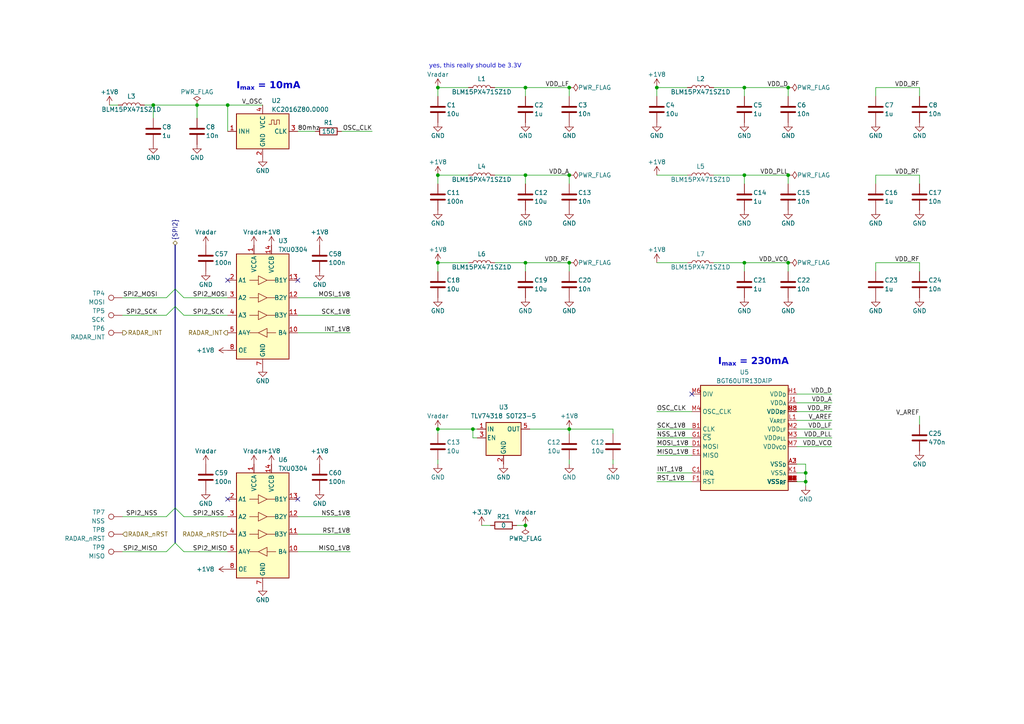
<source format=kicad_sch>
(kicad_sch (version 20230121) (generator eeschema)
  (paper "A4")
  (title_block (title "Heterogeneous radar, RGB, and ToF sensor board") (date "2023-04-26") (rev "1.4") (company "Center for Project-Based Learning") (comment 1 "Zoltán Marcsek"))
  (junction (at 127 50.8))
  (junction (at 66.04 30.48))
  (junction (at 127 25.4))
  (junction (at 165.1 124.46))
  (junction (at 137.16 124.46))
  (junction (at 152.4 50.8))
  (junction (at 215.9 76.2))
  (junction (at 165.1 50.8))
  (junction (at 233.68 137.16))
  (junction (at 165.1 25.4))
  (junction (at 152.4 76.2))
  (junction (at 57.15 30.48))
  (junction (at 44.45 30.48))
  (junction (at 165.1 76.2))
  (junction (at 228.6 50.8))
  (junction (at 152.4 25.4))
  (junction (at 152.4 152.4))
  (junction (at 127 124.46))
  (junction (at 228.6 25.4))
  (junction (at 127 76.2))
  (junction (at 228.6 76.2))
  (junction (at 190.5 25.4))
  (junction (at 215.9 50.8))
  (junction (at 233.68 139.7))
  (junction (at 215.9 25.4))
  (no_connect (at 66.04 144.78))
  (no_connect (at 86.36 144.78))
  (no_connect (at 86.36 81.28))
  (no_connect (at 66.04 81.28))
  (no_connect (at 200.66 114.3))
  (bus_entry (at 50.8 88.9) (size -2.54 2.54))
  (bus_entry (at 50.8 83.82) (size -2.54 2.54))
  (bus_entry (at 50.8 88.9) (size 2.54 2.54))
  (bus_entry (at 50.8 147.32) (size 2.54 2.54))
  (bus_entry (at 50.8 83.82) (size 2.54 2.54))
  (bus_entry (at 50.8 157.48) (size 2.54 2.54))
  (bus_entry (at 50.8 147.32) (size -2.54 2.54))
  (bus_entry (at 50.8 157.48) (size -2.54 2.54))
  (wire (pts (xy 31.75 30.48) (xy 34.29 30.48)))
  (wire (pts (xy 254 25.4) (xy 254 27.94)))
  (wire (pts (xy 127 25.4) (xy 135.89 25.4)))
  (wire (pts (xy 266.7 78.74) (xy 266.7 76.2)))
  (wire (pts (xy 231.14 121.92) (xy 241.3 121.92)))
  (wire (pts (xy 99.06 38.1) (xy 107.95 38.1)))
  (wire (pts (xy 231.14 129.54) (xy 241.3 129.54)))
  (wire (pts (xy 138.43 127) (xy 137.16 127)))
  (wire (pts (xy 66.04 30.48) (xy 57.15 30.48)))
  (wire (pts (xy 86.36 96.52) (xy 101.6 96.52)))
  (wire (pts (xy 137.16 127) (xy 137.16 124.46)))
  (wire (pts (xy 165.1 50.8) (xy 152.4 50.8)))
  (wire (pts (xy 231.14 137.16) (xy 233.68 137.16)))
  (wire (pts (xy 41.91 30.48) (xy 44.45 30.48)))
  (wire (pts (xy 53.34 160.02) (xy 66.04 160.02)))
  (wire (pts (xy 228.6 78.74) (xy 228.6 76.2)))
  (wire (pts (xy 165.1 25.4) (xy 152.4 25.4)))
  (wire (pts (xy 152.4 25.4) (xy 152.4 27.94)))
  (wire (pts (xy 266.7 53.34) (xy 266.7 50.8)))
  (wire (pts (xy 152.4 76.2) (xy 152.4 78.74)))
  (wire (pts (xy 86.36 149.86) (xy 101.6 149.86)))
  (bus (pts (xy 50.8 147.32) (xy 50.8 157.48)))
  (wire (pts (xy 228.6 27.94) (xy 228.6 25.4)))
  (wire (pts (xy 190.5 129.54) (xy 200.66 129.54)))
  (wire (pts (xy 190.5 27.94) (xy 190.5 25.4)))
  (wire (pts (xy 233.68 140.97) (xy 233.68 139.7)))
  (wire (pts (xy 127 50.8) (xy 135.89 50.8)))
  (wire (pts (xy 177.8 125.73) (xy 177.8 124.46)))
  (wire (pts (xy 137.16 124.46) (xy 138.43 124.46)))
  (wire (pts (xy 266.7 50.8) (xy 254 50.8)))
  (wire (pts (xy 127 134.62) (xy 127 133.35)))
  (wire (pts (xy 48.26 160.02) (xy 35.56 160.02)))
  (wire (pts (xy 231.14 124.46) (xy 241.3 124.46)))
  (wire (pts (xy 215.9 50.8) (xy 215.9 53.34)))
  (wire (pts (xy 233.68 139.7) (xy 233.68 137.16)))
  (wire (pts (xy 207.01 50.8) (xy 215.9 50.8)))
  (wire (pts (xy 165.1 27.94) (xy 165.1 25.4)))
  (wire (pts (xy 143.51 76.2) (xy 152.4 76.2)))
  (wire (pts (xy 190.5 139.7) (xy 200.66 139.7)))
  (wire (pts (xy 266.7 123.19) (xy 266.7 120.65)))
  (wire (pts (xy 152.4 50.8) (xy 152.4 53.34)))
  (wire (pts (xy 190.5 132.08) (xy 200.66 132.08)))
  (wire (pts (xy 86.36 160.02) (xy 101.6 160.02)))
  (wire (pts (xy 177.8 134.62) (xy 177.8 133.35)))
  (wire (pts (xy 190.5 119.38) (xy 200.66 119.38)))
  (wire (pts (xy 165.1 76.2) (xy 152.4 76.2)))
  (wire (pts (xy 228.6 76.2) (xy 215.9 76.2)))
  (wire (pts (xy 76.2 30.48) (xy 66.04 30.48)))
  (wire (pts (xy 149.86 152.4) (xy 152.4 152.4)))
  (wire (pts (xy 207.01 25.4) (xy 215.9 25.4)))
  (wire (pts (xy 228.6 25.4) (xy 215.9 25.4)))
  (wire (pts (xy 57.15 30.48) (xy 57.15 34.29)))
  (wire (pts (xy 266.7 27.94) (xy 266.7 25.4)))
  (wire (pts (xy 231.14 119.38) (xy 241.3 119.38)))
  (wire (pts (xy 53.34 91.44) (xy 66.04 91.44)))
  (wire (pts (xy 254 50.8) (xy 254 53.34)))
  (wire (pts (xy 215.9 25.4) (xy 215.9 27.94)))
  (wire (pts (xy 231.14 127) (xy 241.3 127)))
  (wire (pts (xy 233.68 137.16) (xy 233.68 134.62)))
  (wire (pts (xy 86.36 38.1) (xy 91.44 38.1)))
  (wire (pts (xy 48.26 149.86) (xy 35.56 149.86)))
  (wire (pts (xy 66.04 30.48) (xy 66.04 38.1)))
  (wire (pts (xy 165.1 124.46) (xy 153.67 124.46)))
  (wire (pts (xy 190.5 76.2) (xy 199.39 76.2)))
  (wire (pts (xy 127 78.74) (xy 127 76.2)))
  (bus (pts (xy 50.8 88.9) (xy 50.8 147.32)))
  (wire (pts (xy 190.5 137.16) (xy 200.66 137.16)))
  (bus (pts (xy 50.8 83.82) (xy 50.8 88.9)))
  (wire (pts (xy 231.14 114.3) (xy 241.3 114.3)))
  (wire (pts (xy 53.34 149.86) (xy 66.04 149.86)))
  (wire (pts (xy 190.5 25.4) (xy 199.39 25.4)))
  (wire (pts (xy 165.1 134.62) (xy 165.1 133.35)))
  (wire (pts (xy 228.6 50.8) (xy 215.9 50.8)))
  (wire (pts (xy 190.5 127) (xy 200.66 127)))
  (wire (pts (xy 266.7 76.2) (xy 254 76.2)))
  (wire (pts (xy 127 53.34) (xy 127 50.8)))
  (wire (pts (xy 127 27.94) (xy 127 25.4)))
  (wire (pts (xy 190.5 50.8) (xy 199.39 50.8)))
  (wire (pts (xy 48.26 86.36) (xy 35.56 86.36)))
  (wire (pts (xy 231.14 116.84) (xy 241.3 116.84)))
  (wire (pts (xy 165.1 125.73) (xy 165.1 124.46)))
  (wire (pts (xy 143.51 50.8) (xy 152.4 50.8)))
  (wire (pts (xy 207.01 76.2) (xy 215.9 76.2)))
  (wire (pts (xy 266.7 25.4) (xy 254 25.4)))
  (wire (pts (xy 57.15 30.48) (xy 44.45 30.48)))
  (wire (pts (xy 127 76.2) (xy 135.89 76.2)))
  (wire (pts (xy 86.36 154.94) (xy 101.6 154.94)))
  (bus (pts (xy 50.8 71.12) (xy 50.8 83.82)))
  (wire (pts (xy 53.34 86.36) (xy 66.04 86.36)))
  (wire (pts (xy 86.36 86.36) (xy 101.6 86.36)))
  (wire (pts (xy 165.1 124.46) (xy 177.8 124.46)))
  (wire (pts (xy 233.68 134.62) (xy 231.14 134.62)))
  (wire (pts (xy 139.7 152.4) (xy 142.24 152.4)))
  (wire (pts (xy 254 76.2) (xy 254 78.74)))
  (wire (pts (xy 231.14 139.7) (xy 233.68 139.7)))
  (wire (pts (xy 48.26 91.44) (xy 35.56 91.44)))
  (wire (pts (xy 165.1 78.74) (xy 165.1 76.2)))
  (wire (pts (xy 127 124.46) (xy 137.16 124.46)))
  (wire (pts (xy 143.51 25.4) (xy 152.4 25.4)))
  (wire (pts (xy 127 125.73) (xy 127 124.46)))
  (wire (pts (xy 215.9 76.2) (xy 215.9 78.74)))
  (wire (pts (xy 86.36 91.44) (xy 101.6 91.44)))
  (wire (pts (xy 165.1 53.34) (xy 165.1 50.8)))
  (wire (pts (xy 228.6 53.34) (xy 228.6 50.8)))
  (wire (pts (xy 190.5 124.46) (xy 200.66 124.46)))
  (wire (pts (xy 44.45 30.48) (xy 44.45 34.29)))
  (text "yes, this really should be 3.3V" (at 124.46 20.32 0) (effects (font (size 1.27 1.27)) (justify left bottom)))
  (text "I_{max} = 230mA" (at 208.28 106.68 0) (effects (font (size 2 2) (thickness 0.4) bold) (justify left bottom)))
  (text "I_{max} = 10mA" (at 68.58 26.67 0) (effects (font (size 2 2) (thickness 0.4) bold) (justify left bottom)))
  (label "MOSI_1V8" (at 101.6 86.36 180))
  (label "VDD_RF" (at 266.7 25.4 180))
  (label "NSS_1V8" (at 101.6 149.86 180))
  (label "VDD_D" (at 241.3 114.3 180))
  (label "VDD_RF" (at 266.7 50.8 180))
  (label "V_AREF" (at 266.7 120.65 180))
  (label "VDD_LF" (at 165.1 25.4 180))
  (label "SPI2_MISO" (at 55.88 160.02 0))
  (label "RST_1V8" (at 101.6 154.94 180))
  (label "MISO_1V8" (at 101.6 160.02 180))
  (label "VDD_RF" (at 241.3 119.38 180))
  (label "VDD_VCO" (at 241.3 129.54 180))
  (label "SPI2_NSS" (at 55.88 149.86 0))
  (label "SCK_1V8" (at 190.5 124.46 0))
  (label "SPI2_NSS" (at 45.72 149.86 180))
  (label "OSC_CLK" (at 190.5 119.38 0))
  (label "VDD_LF" (at 241.3 124.46 180))
  (label "VDD_A" (at 241.3 116.84 180))
  (label "VDD_RF" (at 266.7 76.2 180))
  (label "VDD_D" (at 228.6 25.4 180))
  (label "OSC_CLK" (at 107.95 38.1 180))
  (label "VDD_PLL" (at 228.6 50.8 180))
  (label "V_AREF" (at 241.3 121.92 180))
  (label "INT_1V8" (at 190.5 137.16 0))
  (label "INT_1V8" (at 101.6 96.52 180))
  (label "SPI2_MOSI" (at 45.72 86.36 180))
  (label "VDD_VCO" (at 228.6 76.2 180))
  (label "VDD_A" (at 165.1 50.8 180))
  (label "RST_1V8" (at 190.5 139.7 0))
  (label "MISO_1V8" (at 190.5 132.08 0))
  (label "VDD_RF" (at 165.1 76.2 180))
  (label "V_OSC" (at 76.2 30.48 180))
  (label "SPI2_MOSI" (at 55.88 86.36 0))
  (label "NSS_1V8" (at 190.5 127 0))
  (label "SCK_1V8" (at 101.6 91.44 180))
  (label "80mhz" (at 86.36 38.1 0))
  (label "SPI2_SCK" (at 45.72 91.44 180))
  (label "MOSI_1V8" (at 190.5 129.54 0))
  (label "SPI2_MISO" (at 45.72 160.02 180))
  (label "SPI2_SCK" (at 55.88 91.44 0))
  (label "VDD_PLL" (at 241.3 127 180))
  (hierarchical_label "RADAR_INT" (shape output) (at 35.56 96.52 0))
  (hierarchical_label "{SPI2}" (shape bidirectional) (at 50.8 71.12 90))
  (hierarchical_label "RADAR_nRST" (shape input) (at 66.04 154.94 180))
  (hierarchical_label "RADAR_nRST" (shape input) (at 35.56 154.94 0))
  (hierarchical_label "RADAR_INT" (shape output) (at 66.04 96.52 180))
  (symbol (lib_id "power:GND") (at 44.45 41.91 0) (unit 1)
    (property "Reference" "#PWR037" (effects hide))
    (property "Value" "GND" (at 44.45 45.72 0))
    (instances (project "radartof-hardware" (path "" (reference "#PWR037") (unit 1)) (path "" (reference "#PWR019") (unit 1))))
  )
  (symbol (lib_id "radartof-power:Vradar") (at 127 124.46 0) (unit 1)
    (property "Reference" "#PWR047" (effects hide))
    (property "Value" "Vradar" (at 127 120.65 0))
  )
  (symbol (lib_id "power:GND") (at 266.7 35.56 0) (unit 1)
    (property "Reference" "#PWR023" (effects hide))
    (property "Value" "GND" (at 266.7 39.37 0))
    (instances (project "radartof-hardware" (path "" (reference "#PWR023") (unit 1)) (path "" (reference "#PWR018") (unit 1))))
  )
  (symbol (lib_id "Device:C") (at 266.7 127 0) (unit 1)
    (property "Reference" "C25" (at 269.24 125.73 0) (effects (justify left)))
    (property "Value" "470n" (at 269.24 128.27 0) (effects (justify left)))
    (property "Footprint" "Capacitor_SMD:C_0402_1005Metric" (effects hide))
    (property "Datasheet" "https://www.mouser.ch/datasheet/2/281/1/GRT155R6YA474KE01_01A-3158032.pdf" (effects hide))
    (property "MOUSER NO" "81-GRT155R6YA474KE1D" (effects hide))
    (property "PART NO" "GRT155R6YA474KE01D" (effects hide))
    (property "MANUFACTURER" "Murata" (effects hide))
  )
  (symbol (lib_id "Device:C") (at 165.1 82.55 0) (unit 1)
    (property "Reference" "C20" (at 167.64 81.28 0) (effects (justify left)))
    (property "Value" "10n" (at 167.64 83.82 0) (effects (justify left)))
    (property "Footprint" "Capacitor_SMD:C_0402_1005Metric" (effects hide))
    (property "Datasheet" "https://www.mouser.ch/datasheet/2/281/1/GRM1555C1E103GE01_01A-1982232.pdf" (effects hide))
    (property "MOUSER NO" "81-GRM1555C1E103GE1D" (effects hide))
    (property "PART NO" "GRM1555C1E103GE01D" (effects hide))
    (property "MANUFACTURER" "Murata" (effects hide))
  )
  (symbol (lib_id "Device:C") (at 127 129.54 0) (unit 1)
    (property "Reference" "C13" (at 129.54 128.27 0) (effects (justify left)))
    (property "Value" "10u" (at 129.54 130.81 0) (effects (justify left)))
    (property "Footprint" "Capacitor_SMD:C_0603_1608Metric" (effects hide))
    (property "Datasheet" "https://www.mouser.ch/datasheet/2/281/1/GRM188Z71A106KA73_01A-1986029.pdf" (effects hide))
    (property "MANUFACTURER" "Murata" (effects hide))
    (property "MOUSER NO" "81-GRM188Z71A106KA3D" (effects hide))
    (property "PART NO" "GRM188Z71A106KA73D" (effects hide))
    (instances (project "radartof-hardware" (path "" (reference "C13") (unit 1)) (path "" (reference "C26") (unit 1))))
  )
  (symbol (lib_id "Device:C") (at 57.15 38.1 0) (unit 1)
    (property "Reference" "C8" (at 59.69 36.83 0) (effects (justify left)))
    (property "Value" "10n" (at 59.69 39.37 0) (effects (justify left)))
    (property "Footprint" "Capacitor_SMD:C_0402_1005Metric" (effects hide))
    (property "Datasheet" "https://www.mouser.ch/datasheet/2/281/1/GRM1555C1E103GE01_01A-1982232.pdf" (effects hide))
    (property "MOUSER NO" "81-GRM1555C1E103GE1D" (effects hide))
    (property "PART NO" "GRM1555C1E103GE01D" (effects hide))
    (property "MANUFACTURER" "Murata" (effects hide))
    (instances (project "radartof-hardware" (path "" (reference "C8") (unit 1)) (path "" (reference "C10") (unit 1))))
  )
  (symbol (lib_id "power:GND") (at 127 86.36 0) (unit 1)
    (property "Reference" "#PWR023" (effects hide))
    (property "Value" "GND" (at 127 90.17 0))
    (instances (project "radartof-hardware" (path "" (reference "#PWR023") (unit 1)) (path "" (reference "#PWR035") (unit 1))))
  )
  (symbol (lib_id "power:+1V8") (at 127 50.8 0) (unit 1)
    (property "Reference" "#PWR022" (effects hide))
    (property "Value" "+1V8" (at 127 46.99 0))
  )
  (symbol (lib_id "Device:C") (at 215.9 57.15 0) (unit 1)
    (property "Reference" "C14" (at 218.44 55.88 0) (effects (justify left)))
    (property "Value" "1u" (at 218.44 58.42 0) (effects (justify left)))
    (property "Footprint" "Capacitor_SMD:C_0603_1608Metric" (effects hide))
    (property "Datasheet" "https://www.mouser.ch/datasheet/2/281/1/GCJ188R71E105KA01_02B-3140112.pdf" (effects hide))
    (property "MANUFACTURER" "Murata" (effects hide))
    (property "MOUSER NO" "81-GCJ188R71E105KA1D" (effects hide))
    (property "PART NO" "GCJ188R71E105KA01D" (effects hide))
  )
  (symbol (lib_id "Device:C") (at 266.7 57.15 0) (unit 1)
    (property "Reference" "C17" (at 269.24 55.88 0) (effects (justify left)))
    (property "Value" "10n" (at 269.24 58.42 0) (effects (justify left)))
    (property "Footprint" "Capacitor_SMD:C_0402_1005Metric" (effects hide))
    (property "Datasheet" "https://www.mouser.ch/datasheet/2/281/1/GRM1555C1E103GE01_01A-1982232.pdf" (effects hide))
    (property "MOUSER NO" "81-GRM1555C1E103GE1D" (effects hide))
    (property "PART NO" "GRM1555C1E103GE01D" (effects hide))
    (property "MANUFACTURER" "Murata" (effects hide))
  )
  (symbol (lib_id "Device:C") (at 254 57.15 0) (unit 1)
    (property "Reference" "C16" (at 256.54 55.88 0) (effects (justify left)))
    (property "Value" "1u" (at 256.54 58.42 0) (effects (justify left)))
    (property "Footprint" "Capacitor_SMD:C_0603_1608Metric" (effects hide))
    (property "Datasheet" "https://www.mouser.ch/datasheet/2/281/1/GCJ188R71E105KA01_02B-3140112.pdf" (effects hide))
    (property "MANUFACTURER" "Murata" (effects hide))
    (property "MOUSER NO" "81-GCJ188R71E105KA1D" (effects hide))
    (property "PART NO" "GCJ188R71E105KA01D" (effects hide))
  )
  (symbol (lib_id "Device:C") (at 59.69 138.43 0) (unit 1)
    (property "Reference" "C59" (at 62.23 137.16 0) (effects (justify left)))
    (property "Value" "100n" (at 62.23 139.7 0) (effects (justify left)))
    (property "Footprint" "Capacitor_SMD:C_0603_1608Metric" (effects hide))
    (property "Datasheet" "https://www.mouser.ch/datasheet/2/212/KEM_C1023_X7R_AUTO_SMD-1093309.pdf" (effects hide))
    (property "MANUFACTURER" "KEMET" (effects hide))
    (property "MOUSER NO" "80-C603C104K5RAC3121" (effects hide))
    (property "PART NO" "C0603C104K5RAC3121" (effects hide))
  )
  (symbol (lib_id "power:+1V8") (at 78.74 71.12 0) (unit 1)
    (property "Reference" "#PWR032" (effects hide))
    (property "Value" "+1V8" (at 78.74 67.31 0))
  )
  (symbol (lib_id "power:+1V8") (at 165.1 124.46 0) (unit 1)
    (property "Reference" "#PWR045" (effects hide))
    (property "Value" "+1V8" (at 165.1 120.65 0))
  )
  (symbol (lib_id "Device:R") (at 146.05 152.4 90) (unit 1)
    (property "Reference" "R21" (at 146.05 149.86 90))
    (property "Value" "0" (at 146.05 152.4 90))
    (property "Footprint" "Resistor_SMD:R_0603_1608Metric" (effects hide))
    (property "Datasheet" "https://www.mouser.ch/datasheet/2/427/crcwce3-1762584.pdf" (effects hide))
    (property "MOUSER NO" "71-CRCW06030000Z0EBC" (effects hide))
    (property "PART NO" "CRCW06030000Z0EBC" (effects hide))
    (property "MANUFACTURER" "Vishay / Dale" (effects hide))
    (instances (project "radartof-hardware" (path "" (reference "R21") (unit 1)) (path "" (reference "R23") (unit 1))))
  )
  (symbol (lib_id "Device:C") (at 152.4 82.55 0) (unit 1)
    (property "Reference" "C19" (at 154.94 81.28 0) (effects (justify left)))
    (property "Value" "10u" (at 154.94 83.82 0) (effects (justify left)))
    (property "Footprint" "Capacitor_SMD:C_0603_1608Metric" (effects hide))
    (property "Datasheet" "https://www.mouser.ch/datasheet/2/281/1/GRM188Z71A106KA73_01A-1986029.pdf" (effects hide))
    (property "MANUFACTURER" "Murata" (effects hide))
    (property "MOUSER NO" "81-GRM188Z71A106KA3D" (effects hide))
    (property "PART NO" "GRM188Z71A106KA73D" (effects hide))
  )
  (symbol (lib_id "power:GND") (at 92.71 78.74 0) (unit 1)
    (property "Reference" "#PWR023" (effects hide))
    (property "Value" "GND" (at 92.71 82.55 0))
    (instances (project "radartof-hardware" (path "" (reference "#PWR023") (unit 1)) (path "" (reference "#PWR0137") (unit 1))))
  )
  (symbol (lib_id "power:+1V8") (at 92.71 71.12 0) (unit 1)
    (property "Reference" "#PWR0138" (effects hide))
    (property "Value" "+1V8" (at 92.71 67.31 0))
  )
  (symbol (lib_id "Device:C") (at 254 82.55 0) (unit 1)
    (property "Reference" "C23" (at 256.54 81.28 0) (effects (justify left)))
    (property "Value" "1u" (at 256.54 83.82 0) (effects (justify left)))
    (property "Footprint" "Capacitor_SMD:C_0603_1608Metric" (effects hide))
    (property "Datasheet" "https://www.mouser.ch/datasheet/2/281/1/GCJ188R71E105KA01_02B-3140112.pdf" (effects hide))
    (property "MANUFACTURER" "Murata" (effects hide))
    (property "MOUSER NO" "81-GCJ188R71E105KA1D" (effects hide))
    (property "PART NO" "GCJ188R71E105KA01D" (effects hide))
  )
  (symbol (lib_id "radartof-power:Vradar") (at 73.66 71.12 0) (unit 1)
    (property "Reference" "#PWR08" (effects hide))
    (property "Value" "Vradar" (at 73.66 67.31 0))
  )
  (symbol (lib_id "power:GND") (at 215.9 60.96 0) (unit 1)
    (property "Reference" "#PWR023" (effects hide))
    (property "Value" "GND" (at 215.9 64.77 0))
    (instances (project "radartof-hardware" (path "" (reference "#PWR023") (unit 1)) (path "" (reference "#PWR027") (unit 1))))
  )
  (symbol (lib_id "Device:L") (at 203.2 50.8 90) (unit 1)
    (property "Reference" "L5" (at 203.2 48.26 90))
    (property "Value" "BLM15PX471SZ1D" (at 203.2 52.07 90))
    (property "Footprint" "Inductor_SMD:L_0402_1005Metric" (effects hide))
    (property "Datasheet" "https://search.murata.co.jp/Ceramy/image/img/P02/JELF243A-9138.pdf" (effects hide))
    (property "MOUSER NO" "81-BLM15PX471SZ1D" (effects hide))
    (property "PART NO" "BLM15PX471SZ1D" (effects hide))
    (property "MANUFACTURER" "Murata" (effects hide))
  )
  (symbol (lib_id "Device:C") (at 152.4 57.15 0) (unit 1)
    (property "Reference" "C12" (at 154.94 55.88 0) (effects (justify left)))
    (property "Value" "10u" (at 154.94 58.42 0) (effects (justify left)))
    (property "Footprint" "Capacitor_SMD:C_0603_1608Metric" (effects hide))
    (property "Datasheet" "https://www.mouser.ch/datasheet/2/281/1/GRM188Z71A106KA73_01A-1986029.pdf" (effects hide))
    (property "MANUFACTURER" "Murata" (effects hide))
    (property "MOUSER NO" "81-GRM188Z71A106KA3D" (effects hide))
    (property "PART NO" "GRM188Z71A106KA73D" (effects hide))
  )
  (symbol (lib_id "Device:C") (at 228.6 31.75 0) (unit 1)
    (property "Reference" "C6" (at 231.14 30.48 0) (effects (justify left)))
    (property "Value" "10n" (at 231.14 33.02 0) (effects (justify left)))
    (property "Footprint" "Capacitor_SMD:C_0402_1005Metric" (effects hide))
    (property "Datasheet" "https://www.mouser.ch/datasheet/2/281/1/GRM1555C1E103GE01_01A-1982232.pdf" (effects hide))
    (property "MOUSER NO" "81-GRM1555C1E103GE1D" (effects hide))
    (property "PART NO" "GRM1555C1E103GE01D" (effects hide))
    (property "MANUFACTURER" "Murata" (effects hide))
  )
  (symbol (lib_id "Device:L") (at 203.2 76.2 90) (unit 1)
    (property "Reference" "L7" (at 203.2 73.66 90))
    (property "Value" "BLM15PX471SZ1D" (at 203.2 77.47 90))
    (property "Footprint" "Inductor_SMD:L_0402_1005Metric" (effects hide))
    (property "Datasheet" "https://search.murata.co.jp/Ceramy/image/img/P02/JELF243A-9138.pdf" (effects hide))
    (property "MOUSER NO" "81-BLM15PX471SZ1D" (effects hide))
    (property "PART NO" "BLM15PX471SZ1D" (effects hide))
    (property "MANUFACTURER" "Murata" (effects hide))
  )
  (symbol (lib_id "power:+1V8") (at 92.71 134.62 0) (unit 1)
    (property "Reference" "#PWR0140" (effects hide))
    (property "Value" "+1V8" (at 92.71 130.81 0))
  )
  (symbol (lib_id "power:GND") (at 254 60.96 0) (unit 1)
    (property "Reference" "#PWR023" (effects hide))
    (property "Value" "GND" (at 254 64.77 0))
    (instances (project "radartof-hardware" (path "" (reference "#PWR023") (unit 1)) (path "" (reference "#PWR029") (unit 1))))
  )
  (symbol (lib_id "Device:L") (at 139.7 76.2 90) (unit 1)
    (property "Reference" "L6" (at 139.7 73.66 90))
    (property "Value" "BLM15PX471SZ1D" (at 139.7 77.47 90))
    (property "Footprint" "Inductor_SMD:L_0402_1005Metric" (effects hide))
    (property "Datasheet" "https://search.murata.co.jp/Ceramy/image/img/P02/JELF243A-9138.pdf" (effects hide))
    (property "MOUSER NO" "81-BLM15PX471SZ1D" (effects hide))
    (property "PART NO" "BLM15PX471SZ1D" (effects hide))
    (property "MANUFACTURER" "Murata" (effects hide))
  )
  (symbol (lib_id "power:+1V8") (at 78.74 134.62 0) (unit 1)
    (property "Reference" "#PWR048" (effects hide))
    (property "Value" "+1V8" (at 78.74 130.81 0))
  )
  (symbol (lib_id "Oscillator:KC2520Z") (at 76.2 38.1 0) (unit 1)
    (property "Reference" "U2" (at 78.74 29.21 0) (effects (justify left)))
    (property "Value" "KC2016Z80.0000" (at 78.74 31.75 0) (effects (justify left)))
    (property "Footprint" "KC2016Z:KC2016Z" (effects hide))
    (property "Datasheet" "https://ele.kyocera.com/assets/products/crystal-device/clock_z_x_e.pdf" (effects hide))
    (property "MOUSER NO" "346-2016Z80.C1KX" (effects hide))
    (property "PART NO" "KC2016Z80.0000C1KX00" (effects hide))
    (property "MANUFACTURER" "KYOCERA AVX" (effects hide))
  )
  (symbol (lib_id "Device:C") (at 127 31.75 0) (unit 1)
    (property "Reference" "C1" (at 129.54 30.48 0) (effects (justify left)))
    (property "Value" "10u" (at 129.54 33.02 0) (effects (justify left)))
    (property "Footprint" "Capacitor_SMD:C_0603_1608Metric" (effects hide))
    (property "Datasheet" "https://www.mouser.ch/datasheet/2/281/1/GRM188Z71A106KA73_01A-1986029.pdf" (effects hide))
    (property "MANUFACTURER" "Murata" (effects hide))
    (property "MOUSER NO" "81-GRM188Z71A106KA3D" (effects hide))
    (property "PART NO" "GRM188Z71A106KA73D" (effects hide))
  )
  (symbol (lib_id "power:+1V8") (at 190.5 50.8 0) (unit 1)
    (property "Reference" "#PWR023" (effects hide))
    (property "Value" "+1V8" (at 190.5 46.99 0))
  )
  (symbol (lib_id "power:+1V8") (at 66.04 101.6 90) (unit 1)
    (property "Reference" "#PWR042" (effects hide))
    (property "Value" "+1V8" (at 62.23 101.6 90) (effects (justify left)))
  )
  (symbol (lib_id "Device:C") (at 215.9 82.55 0) (unit 1)
    (property "Reference" "C21" (at 218.44 81.28 0) (effects (justify left)))
    (property "Value" "1u" (at 218.44 83.82 0) (effects (justify left)))
    (property "Footprint" "Capacitor_SMD:C_0603_1608Metric" (effects hide))
    (property "Datasheet" "https://www.mouser.ch/datasheet/2/281/1/GCJ188R71E105KA01_02B-3140112.pdf" (effects hide))
    (property "MANUFACTURER" "Murata" (effects hide))
    (property "MOUSER NO" "81-GCJ188R71E105KA1D" (effects hide))
    (property "PART NO" "GCJ188R71E105KA01D" (effects hide))
  )
  (symbol (lib_id "Device:C") (at 92.71 138.43 0) (unit 1)
    (property "Reference" "C60" (at 95.25 137.16 0) (effects (justify left)))
    (property "Value" "100n" (at 95.25 139.7 0) (effects (justify left)))
    (property "Footprint" "Capacitor_SMD:C_0603_1608Metric" (effects hide))
    (property "Datasheet" "https://www.mouser.ch/datasheet/2/212/KEM_C1023_X7R_AUTO_SMD-1093309.pdf" (effects hide))
    (property "MANUFACTURER" "KEMET" (effects hide))
    (property "MOUSER NO" "80-C603C104K5RAC3121" (effects hide))
    (property "PART NO" "C0603C104K5RAC3121" (effects hide))
  )
  (symbol (lib_id "Device:C") (at 165.1 129.54 0) (mirror y) (unit 1)
    (property "Reference" "C12" (at 162.56 128.27 0) (effects (justify left)))
    (property "Value" "10u" (at 162.56 130.81 0) (effects (justify left)))
    (property "Footprint" "Capacitor_SMD:C_0603_1608Metric" (effects hide))
    (property "Datasheet" "https://www.mouser.ch/datasheet/2/281/1/GRM188Z71A106KA73_01A-1986029.pdf" (effects hide))
    (property "MANUFACTURER" "Murata" (effects hide))
    (property "MOUSER NO" "81-GRM188Z71A106KA3D" (effects hide))
    (property "PART NO" "GRM188Z71A106KA73D" (effects hide))
    (instances (project "radartof-hardware" (path "" (reference "C12") (unit 1)) (path "" (reference "C27") (unit 1))))
  )
  (symbol (lib_id "power:GND") (at 76.2 170.18 0) (unit 1)
    (property "Reference" "#PWR055" (effects hide))
    (property "Value" "GND" (at 76.2 173.99 0))
    (instances (project "radartof-hardware" (path "" (reference "#PWR055") (unit 1)) (path "" (reference "#PWR054") (unit 1))))
  )
  (symbol (lib_id "Device:C") (at 228.6 82.55 0) (unit 1)
    (property "Reference" "C22" (at 231.14 81.28 0) (effects (justify left)))
    (property "Value" "10n" (at 231.14 83.82 0) (effects (justify left)))
    (property "Footprint" "Capacitor_SMD:C_0402_1005Metric" (effects hide))
    (property "Datasheet" "https://www.mouser.ch/datasheet/2/281/1/GRM1555C1E103GE01_01A-1982232.pdf" (effects hide))
    (property "MOUSER NO" "81-GRM1555C1E103GE1D" (effects hide))
    (property "PART NO" "GRM1555C1E103GE01D" (effects hide))
    (property "MANUFACTURER" "Murata" (effects hide))
  )
  (symbol (lib_id "power:GND") (at 165.1 86.36 0) (unit 1)
    (property "Reference" "#PWR023" (effects hide))
    (property "Value" "GND" (at 165.1 90.17 0))
    (instances (project "radartof-hardware" (path "" (reference "#PWR023") (unit 1)) (path "" (reference "#PWR037") (unit 1))))
  )
  (symbol (lib_id "Device:C") (at 266.7 82.55 0) (unit 1)
    (property "Reference" "C24" (at 269.24 81.28 0) (effects (justify left)))
    (property "Value" "10n" (at 269.24 83.82 0) (effects (justify left)))
    (property "Footprint" "Capacitor_SMD:C_0402_1005Metric" (effects hide))
    (property "Datasheet" "https://www.mouser.ch/datasheet/2/281/1/GRM1555C1E103GE01_01A-1982232.pdf" (effects hide))
    (property "MOUSER NO" "81-GRM1555C1E103GE1D" (effects hide))
    (property "PART NO" "GRM1555C1E103GE01D" (effects hide))
    (property "MANUFACTURER" "Murata" (effects hide))
  )
  (symbol (lib_id "power:GND") (at 152.4 86.36 0) (unit 1)
    (property "Reference" "#PWR023" (effects hide))
    (property "Value" "GND" (at 152.4 90.17 0))
    (instances (project "radartof-hardware" (path "" (reference "#PWR023") (unit 1)) (path "" (reference "#PWR036") (unit 1))))
  )
  (symbol (lib_id "power:+1V8") (at 66.04 165.1 90) (unit 1)
    (property "Reference" "#PWR053" (effects hide))
    (property "Value" "+1V8" (at 62.23 165.1 90) (effects (justify left)))
  )
  (symbol (lib_id "power:GND") (at 127 134.62 0) (unit 1)
    (property "Reference" "#PWR050" (effects hide))
    (property "Value" "GND" (at 127 138.43 0))
    (instances (project "radartof-hardware" (path "" (reference "#PWR050") (unit 1)) (path "" (reference "#PWR049") (unit 1))))
  )
  (symbol (lib_id "power:+1V8") (at 190.5 25.4 0) (unit 1)
    (property "Reference" "#PWR09" (effects hide))
    (property "Value" "+1V8" (at 190.5 21.59 0))
  )
  (symbol (lib_id "radartof-power:Vradar") (at 127 25.4 0) (unit 1)
    (property "Reference" "#PWR0131" (effects hide))
    (property "Value" "Vradar" (at 127 21.59 0))
  )
  (symbol (lib_id "TXU0304:TXU0304") (at 76.2 152.4 0) (unit 1)
    (property "Reference" "U6" (at 80.6959 133.35 0) (effects (justify left)))
    (property "Value" "TXU0304" (at 80.6959 135.89 0) (effects (justify left)))
    (property "Footprint" "Package_SO:TSSOP-14_4.4x5mm_P0.65mm" (effects hide))
    (property "Datasheet" "https://www.ti.com/lit/ds/symlink/txu0304.pdf" (effects hide))
    (property "MOUSER NO" "595-TXU0304PWR" (effects hide))
    (property "PART NO" "TXU0304PWR" (effects hide))
    (property "MANUFACTURER" "Texas Instruments" (effects hide))
  )
  (symbol (lib_id "Connector:TestPoint") (at 35.56 160.02 90) (unit 1)
    (property "Reference" "TP9" (at 30.48 158.75 90) (effects (justify left)))
    (property "Value" "MISO" (at 30.48 161.29 90) (effects (justify left)))
    (property "Footprint" "TestPoint:TestPoint_Pad_D1.0mm" (effects hide))
  )
  (symbol (lib_id "power:PWR_FLAG") (at 228.6 76.2 270) (unit 1)
    (property "Reference" "#FLG07" (effects hide))
    (property "Value" "PWR_FLAG" (at 231.14 76.2 90) (effects (justify left)))
  )
  (symbol (lib_id "power:GND") (at 165.1 35.56 0) (unit 1)
    (property "Reference" "#PWR023" (effects hide))
    (property "Value" "GND" (at 165.1 39.37 0))
    (instances (project "radartof-hardware" (path "" (reference "#PWR023") (unit 1)) (path "" (reference "#PWR013") (unit 1))))
  )
  (symbol (lib_id "power:GND") (at 228.6 35.56 0) (unit 1)
    (property "Reference" "#PWR023" (effects hide))
    (property "Value" "GND" (at 228.6 39.37 0))
    (instances (project "radartof-hardware" (path "" (reference "#PWR023") (unit 1)) (path "" (reference "#PWR016") (unit 1))))
  )
  (symbol (lib_id "power:GND") (at 165.1 60.96 0) (unit 1)
    (property "Reference" "#PWR023" (effects hide))
    (property "Value" "GND" (at 165.1 64.77 0))
    (instances (project "radartof-hardware" (path "" (reference "#PWR023") (unit 1)) (path "" (reference "#PWR026") (unit 1))))
  )
  (symbol (lib_id "power:PWR_FLAG") (at 165.1 25.4 270) (unit 1)
    (property "Reference" "#FLG01" (effects hide))
    (property "Value" "PWR_FLAG" (at 167.64 25.4 90) (effects (justify left)))
  )
  (symbol (lib_id "power:+1V8") (at 190.5 76.2 0) (unit 1)
    (property "Reference" "#PWR034" (effects hide))
    (property "Value" "+1V8" (at 190.5 72.39 0))
  )
  (symbol (lib_id "power:GND") (at 146.05 134.62 0) (unit 1)
    (property "Reference" "#PWR049" (effects hide))
    (property "Value" "GND" (at 146.05 138.43 0))
    (instances (project "radartof-hardware" (path "" (reference "#PWR049") (unit 1)) (path "" (reference "#PWR050") (unit 1))))
  )
  (symbol (lib_id "power:GND") (at 76.2 106.68 0) (unit 1)
    (property "Reference" "#PWR055" (effects hide))
    (property "Value" "GND" (at 76.2 110.49 0))
    (instances (project "radartof-hardware" (path "" (reference "#PWR055") (unit 1)) (path "" (reference "#PWR043") (unit 1))))
  )
  (symbol (lib_id "TXU0304:TXU0304") (at 76.2 88.9 0) (unit 1)
    (property "Reference" "U3" (at 80.6959 69.85 0) (effects (justify left)))
    (property "Value" "TXU0304" (at 80.6959 72.39 0) (effects (justify left)))
    (property "Footprint" "Package_SO:TSSOP-14_4.4x5mm_P0.65mm" (effects hide))
    (property "Datasheet" "https://www.ti.com/lit/ds/symlink/txu0304.pdf" (effects hide))
    (property "MOUSER NO" "595-TXU0304PWR" (effects hide))
    (property "PART NO" "TXU0304PWR" (effects hide))
    (property "MANUFACTURER" "Texas Instruments" (effects hide))
  )
  (symbol (lib_id "power:GND") (at 266.7 86.36 0) (unit 1)
    (property "Reference" "#PWR023" (effects hide))
    (property "Value" "GND" (at 266.7 90.17 0))
    (instances (project "radartof-hardware" (path "" (reference "#PWR023") (unit 1)) (path "" (reference "#PWR041") (unit 1))))
  )
  (symbol (lib_id "power:GND") (at 177.8 134.62 0) (unit 1)
    (property "Reference" "#PWR051" (effects hide))
    (property "Value" "GND" (at 177.8 138.43 0))
    (instances (project "radartof-hardware" (path "" (reference "#PWR051") (unit 1)) (path "" (reference "#PWR0143") (unit 1))))
  )
  (symbol (lib_id "radartof-power:Vradar") (at 59.69 71.12 0) (unit 1)
    (property "Reference" "#PWR0121" (effects hide))
    (property "Value" "Vradar" (at 59.69 67.31 0))
  )
  (symbol (lib_id "power:+3.3V") (at 139.7 152.4 0) (unit 1)
    (property "Reference" "#PWR091" (effects hide))
    (property "Value" "+3.3V" (at 139.7 148.59 0))
  )
  (symbol (lib_id "power:+1V8") (at 31.75 30.48 0) (unit 1)
    (property "Reference" "#PWR010" (effects hide))
    (property "Value" "+1V8" (at 31.75 26.67 0))
  )
  (symbol (lib_id "power:GND") (at 254 35.56 0) (unit 1)
    (property "Reference" "#PWR023" (effects hide))
    (property "Value" "GND" (at 254 39.37 0))
    (instances (project "radartof-hardware" (path "" (reference "#PWR023") (unit 1)) (path "" (reference "#PWR017") (unit 1))))
  )
  (symbol (lib_id "power:PWR_FLAG") (at 57.15 30.48 0) (unit 1)
    (property "Reference" "#FLG03" (effects hide))
    (property "Value" "PWR_FLAG" (at 57.15 26.67 0))
  )
  (symbol (lib_id "Connector:TestPoint") (at 35.56 91.44 90) (unit 1)
    (property "Reference" "TP5" (at 30.48 90.17 90) (effects (justify left)))
    (property "Value" "SCK" (at 30.48 92.71 90) (effects (justify left)))
    (property "Footprint" "TestPoint:TestPoint_Pad_D1.0mm" (effects hide))
  )
  (symbol (lib_id "Device:L") (at 139.7 25.4 90) (unit 1)
    (property "Reference" "L1" (at 139.7 22.86 90))
    (property "Value" "BLM15PX471SZ1D" (at 139.7 26.67 90))
    (property "Footprint" "Inductor_SMD:L_0402_1005Metric" (effects hide))
    (property "Datasheet" "https://search.murata.co.jp/Ceramy/image/img/P02/JELF243A-9138.pdf" (effects hide))
    (property "MOUSER NO" "81-BLM15PX471SZ1D" (effects hide))
    (property "PART NO" "BLM15PX471SZ1D" (effects hide))
    (property "MANUFACTURER" "Murata" (effects hide))
  )
  (symbol (lib_id "power:GND") (at 228.6 60.96 0) (unit 1)
    (property "Reference" "#PWR023" (effects hide))
    (property "Value" "GND" (at 228.6 64.77 0))
    (instances (project "radartof-hardware" (path "" (reference "#PWR023") (unit 1)) (path "" (reference "#PWR028") (unit 1))))
  )
  (symbol (lib_id "power:GND") (at 254 86.36 0) (unit 1)
    (property "Reference" "#PWR023" (effects hide))
    (property "Value" "GND" (at 254 90.17 0))
    (instances (project "radartof-hardware" (path "" (reference "#PWR023") (unit 1)) (path "" (reference "#PWR040") (unit 1))))
  )
  (symbol (lib_id "Device:C") (at 59.69 74.93 0) (unit 1)
    (property "Reference" "C57" (at 62.23 73.66 0) (effects (justify left)))
    (property "Value" "100n" (at 62.23 76.2 0) (effects (justify left)))
    (property "Footprint" "Capacitor_SMD:C_0603_1608Metric" (effects hide))
    (property "Datasheet" "https://www.mouser.ch/datasheet/2/212/KEM_C1023_X7R_AUTO_SMD-1093309.pdf" (effects hide))
    (property "MANUFACTURER" "KEMET" (effects hide))
    (property "MOUSER NO" "80-C603C104K5RAC3121" (effects hide))
    (property "PART NO" "C0603C104K5RAC3121" (effects hide))
  )
  (symbol (lib_id "Device:C") (at 165.1 31.75 0) (unit 1)
    (property "Reference" "C3" (at 167.64 30.48 0) (effects (justify left)))
    (property "Value" "10n" (at 167.64 33.02 0) (effects (justify left)))
    (property "Footprint" "Capacitor_SMD:C_0402_1005Metric" (effects hide))
    (property "Datasheet" "https://www.mouser.ch/datasheet/2/281/1/GRM1555C1E103GE01_01A-1982232.pdf" (effects hide))
    (property "MOUSER NO" "81-GRM1555C1E103GE1D" (effects hide))
    (property "PART NO" "GRM1555C1E103GE01D" (effects hide))
    (property "MANUFACTURER" "Murata" (effects hide))
  )
  (symbol (lib_id "Device:C") (at 127 57.15 0) (unit 1)
    (property "Reference" "C11" (at 129.54 55.88 0) (effects (justify left)))
    (property "Value" "100n" (at 129.54 58.42 0) (effects (justify left)))
    (property "Footprint" "Capacitor_SMD:C_0603_1608Metric" (effects hide))
    (property "Datasheet" "https://www.mouser.ch/datasheet/2/212/KEM_C1023_X7R_AUTO_SMD-1093309.pdf" (effects hide))
    (property "MANUFACTURER" "KEMET" (effects hide))
    (property "MOUSER NO" "80-C603C104K5RAC3121" (effects hide))
    (property "PART NO" "C0603C104K5RAC3121" (effects hide))
  )
  (symbol (lib_id "power:GND") (at 57.15 41.91 0) (unit 1)
    (property "Reference" "#PWR037" (effects hide))
    (property "Value" "GND" (at 57.15 45.72 0))
    (instances (project "radartof-hardware" (path "" (reference "#PWR037") (unit 1)) (path "" (reference "#PWR020") (unit 1))))
  )
  (symbol (lib_id "radartof-power:Vradar") (at 73.66 134.62 0) (unit 1)
    (property "Reference" "#PWR044" (effects hide))
    (property "Value" "Vradar" (at 73.66 130.81 0))
  )
  (symbol (lib_id "power:GND") (at 266.7 130.81 0) (unit 1)
    (property "Reference" "#PWR023" (effects hide))
    (property "Value" "GND" (at 266.7 134.62 0))
    (instances (project "radartof-hardware" (path "" (reference "#PWR023") (unit 1)) (path "" (reference "#PWR046") (unit 1))))
  )
  (symbol (lib_id "Device:C") (at 266.7 31.75 0) (unit 1)
    (property "Reference" "C8" (at 269.24 30.48 0) (effects (justify left)))
    (property "Value" "10n" (at 269.24 33.02 0) (effects (justify left)))
    (property "Footprint" "Capacitor_SMD:C_0402_1005Metric" (effects hide))
    (property "Datasheet" "https://www.mouser.ch/datasheet/2/281/1/GRM1555C1E103GE01_01A-1982232.pdf" (effects hide))
    (property "MOUSER NO" "81-GRM1555C1E103GE1D" (effects hide))
    (property "PART NO" "GRM1555C1E103GE01D" (effects hide))
    (property "MANUFACTURER" "Murata" (effects hide))
  )
  (symbol (lib_id "power:PWR_FLAG") (at 228.6 25.4 270) (unit 1)
    (property "Reference" "#FLG02" (effects hide))
    (property "Value" "PWR_FLAG" (at 231.14 25.4 90) (effects (justify left)))
  )
  (symbol (lib_id "power:GND") (at 59.69 142.24 0) (unit 1)
    (property "Reference" "#PWR023" (effects hide))
    (property "Value" "GND" (at 59.69 146.05 0))
    (instances (project "radartof-hardware" (path "" (reference "#PWR023") (unit 1)) (path "" (reference "#PWR0141") (unit 1))))
  )
  (symbol (lib_id "Device:C") (at 152.4 31.75 0) (unit 1)
    (property "Reference" "C2" (at 154.94 30.48 0) (effects (justify left)))
    (property "Value" "1u" (at 154.94 33.02 0) (effects (justify left)))
    (property "Footprint" "Capacitor_SMD:C_0603_1608Metric" (effects hide))
    (property "Datasheet" "https://www.mouser.ch/datasheet/2/281/1/GCJ188R71E105KA01_02B-3140112.pdf" (effects hide))
    (property "MANUFACTURER" "Murata" (effects hide))
    (property "MOUSER NO" "81-GCJ188R71E105KA1D" (effects hide))
    (property "PART NO" "GCJ188R71E105KA01D" (effects hide))
  )
  (symbol (lib_id "power:GND") (at 152.4 35.56 0) (unit 1)
    (property "Reference" "#PWR023" (effects hide))
    (property "Value" "GND" (at 152.4 39.37 0))
    (instances (project "radartof-hardware" (path "" (reference "#PWR023") (unit 1)) (path "" (reference "#PWR012") (unit 1))))
  )
  (symbol (lib_id "Device:L") (at 38.1 30.48 90) (unit 1)
    (property "Reference" "L3" (at 38.1 27.94 90))
    (property "Value" "BLM15PX471SZ1D" (at 38.1 31.75 90))
    (property "Footprint" "Inductor_SMD:L_0402_1005Metric" (effects hide))
    (property "Datasheet" "https://search.murata.co.jp/Ceramy/image/img/P02/JELF243A-9138.pdf" (effects hide))
    (property "MOUSER NO" "81-BLM15PX471SZ1D" (effects hide))
    (property "PART NO" "BLM15PX471SZ1D" (effects hide))
    (property "MANUFACTURER" "Murata" (effects hide))
  )
  (symbol (lib_id "power:GND") (at 76.2 45.72 0) (unit 1)
    (property "Reference" "#PWR023" (effects hide))
    (property "Value" "GND" (at 76.2 49.53 0))
    (instances (project "radartof-hardware" (path "" (reference "#PWR023") (unit 1)) (path "" (reference "#PWR021") (unit 1))))
  )
  (symbol (lib_id "Device:R") (at 95.25 38.1 90) (unit 1)
    (property "Reference" "R1" (at 95.25 35.56 90))
    (property "Value" "150" (at 95.25 38.1 90))
    (property "Footprint" "Resistor_SMD:R_0402_1005Metric" (effects hide))
    (property "Datasheet" "https://www.mouser.ch/datasheet/2/427/dcrcwe3-1762152.pdf" (effects hide))
    (property "MOUSER NO" "71-CRCW0402-150-E3" (effects hide))
    (property "PART NO" "CRCW0402150RFKED" (effects hide))
    (property "MANUFACTURER" "Vishay / Dale" (effects hide))
  )
  (symbol (lib_id "power:GND") (at 127 60.96 0) (unit 1)
    (property "Reference" "#PWR023" (effects hide))
    (property "Value" "GND" (at 127 64.77 0))
    (instances (project "radartof-hardware" (path "" (reference "#PWR023") (unit 1)) (path "" (reference "#PWR024") (unit 1))))
  )
  (symbol (lib_id "Device:C") (at 215.9 31.75 0) (unit 1)
    (property "Reference" "C5" (at 218.44 30.48 0) (effects (justify left)))
    (property "Value" "1u" (at 218.44 33.02 0) (effects (justify left)))
    (property "Footprint" "Capacitor_SMD:C_0603_1608Metric" (effects hide))
    (property "Datasheet" "https://www.mouser.ch/datasheet/2/281/1/GCJ188R71E105KA01_02B-3140112.pdf" (effects hide))
    (property "MANUFACTURER" "Murata" (effects hide))
    (property "MOUSER NO" "81-GCJ188R71E105KA1D" (effects hide))
    (property "PART NO" "GCJ188R71E105KA01D" (effects hide))
  )
  (symbol (lib_id "power:GND") (at 228.6 86.36 0) (unit 1)
    (property "Reference" "#PWR023" (effects hide))
    (property "Value" "GND" (at 228.6 90.17 0))
    (instances (project "radartof-hardware" (path "" (reference "#PWR023") (unit 1)) (path "" (reference "#PWR039") (unit 1))))
  )
  (symbol (lib_id "Connector:TestPoint") (at 35.56 96.52 90) (unit 1)
    (property "Reference" "TP6" (at 30.48 95.25 90) (effects (justify left)))
    (property "Value" "RADAR_INT" (at 30.48 97.79 90) (effects (justify left)))
    (property "Footprint" "TestPoint:TestPoint_Pad_D1.0mm" (effects hide))
  )
  (symbol (lib_id "power:PWR_FLAG") (at 165.1 76.2 270) (unit 1)
    (property "Reference" "#FLG06" (effects hide))
    (property "Value" "PWR_FLAG" (at 167.64 76.2 90) (effects (justify left)))
  )
  (symbol (lib_id "power:GND") (at 215.9 86.36 0) (unit 1)
    (property "Reference" "#PWR023" (effects hide))
    (property "Value" "GND" (at 215.9 90.17 0))
    (instances (project "radartof-hardware" (path "" (reference "#PWR023") (unit 1)) (path "" (reference "#PWR038") (unit 1))))
  )
  (symbol (lib_id "Device:C") (at 92.71 74.93 0) (unit 1)
    (property "Reference" "C58" (at 95.25 73.66 0) (effects (justify left)))
    (property "Value" "100n" (at 95.25 76.2 0) (effects (justify left)))
    (property "Footprint" "Capacitor_SMD:C_0603_1608Metric" (effects hide))
    (property "Datasheet" "https://www.mouser.ch/datasheet/2/212/KEM_C1023_X7R_AUTO_SMD-1093309.pdf" (effects hide))
    (property "MANUFACTURER" "KEMET" (effects hide))
    (property "MOUSER NO" "80-C603C104K5RAC3121" (effects hide))
    (property "PART NO" "C0603C104K5RAC3121" (effects hide))
  )
  (symbol (lib_id "Connector:TestPoint") (at 35.56 149.86 90) (unit 1)
    (property "Reference" "TP7" (at 30.48 148.59 90) (effects (justify left)))
    (property "Value" "NSS" (at 30.48 151.13 90) (effects (justify left)))
    (property "Footprint" "TestPoint:TestPoint_Pad_D1.0mm" (effects hide))
  )
  (symbol (lib_id "power:GND") (at 59.69 78.74 0) (unit 1)
    (property "Reference" "#PWR023" (effects hide))
    (property "Value" "GND" (at 59.69 82.55 0))
    (instances (project "radartof-hardware" (path "" (reference "#PWR023") (unit 1)) (path "" (reference "#PWR0135") (unit 1))))
  )
  (symbol (lib_id "power:GND") (at 190.5 35.56 0) (unit 1)
    (property "Reference" "#PWR023" (effects hide))
    (property "Value" "GND" (at 190.5 39.37 0))
    (instances (project "radartof-hardware" (path "" (reference "#PWR023") (unit 1)) (path "" (reference "#PWR014") (unit 1))))
  )
  (symbol (lib_id "Device:C") (at 127 82.55 0) (unit 1)
    (property "Reference" "C18" (at 129.54 81.28 0) (effects (justify left)))
    (property "Value" "10u" (at 129.54 83.82 0) (effects (justify left)))
    (property "Footprint" "Capacitor_SMD:C_0603_1608Metric" (effects hide))
    (property "Datasheet" "https://www.mouser.ch/datasheet/2/281/1/GRM188Z71A106KA73_01A-1986029.pdf" (effects hide))
    (property "MANUFACTURER" "Murata" (effects hide))
    (property "MOUSER NO" "81-GRM188Z71A106KA3D" (effects hide))
    (property "PART NO" "GRM188Z71A106KA73D" (effects hide))
  )
  (symbol (lib_id "Device:C") (at 44.45 38.1 0) (unit 1)
    (property "Reference" "C8" (at 46.99 36.83 0) (effects (justify left)))
    (property "Value" "1u" (at 46.99 39.37 0) (effects (justify left)))
    (property "Footprint" "Capacitor_SMD:C_0603_1608Metric" (effects hide))
    (property "Datasheet" "https://www.mouser.ch/datasheet/2/281/1/GCJ188R71E105KA01_02B-3140112.pdf" (effects hide))
    (property "MANUFACTURER" "Murata" (effects hide))
    (property "MOUSER NO" "81-GCJ188R71E105KA1D" (effects hide))
    (property "PART NO" "GCJ188R71E105KA01D" (effects hide))
    (instances (project "radartof-hardware" (path "" (reference "C8") (unit 1)) (path "" (reference "C9") (unit 1))))
  )
  (symbol (lib_id "radartof-power:Vradar") (at 59.69 134.62 0) (unit 1)
    (property "Reference" "#PWR031" (effects hide))
    (property "Value" "Vradar" (at 59.69 130.81 0))
  )
  (symbol (lib_id "power:GND") (at 152.4 60.96 0) (unit 1)
    (property "Reference" "#PWR023" (effects hide))
    (property "Value" "GND" (at 152.4 64.77 0))
    (instances (project "radartof-hardware" (path "" (reference "#PWR023") (unit 1)) (path "" (reference "#PWR025") (unit 1))))
  )
  (symbol (lib_id "Device:L") (at 203.2 25.4 90) (unit 1)
    (property "Reference" "L2" (at 203.2 22.86 90))
    (property "Value" "BLM15PX471SZ1D" (at 203.2 26.67 90))
    (property "Footprint" "Inductor_SMD:L_0402_1005Metric" (effects hide))
    (property "Datasheet" "https://search.murata.co.jp/Ceramy/image/img/P02/JELF243A-9138.pdf" (effects hide))
    (property "MOUSER NO" "81-BLM15PX471SZ1D" (effects hide))
    (property "PART NO" "BLM15PX471SZ1D" (effects hide))
    (property "MANUFACTURER" "Murata" (effects hide))
  )
  (symbol (lib_id "power:PWR_FLAG") (at 165.1 50.8 270) (unit 1)
    (property "Reference" "#FLG04" (effects hide))
    (property "Value" "PWR_FLAG" (at 167.64 50.8 90) (effects (justify left)))
  )
  (symbol (lib_id "power:GND") (at 215.9 35.56 0) (unit 1)
    (property "Reference" "#PWR023" (effects hide))
    (property "Value" "GND" (at 215.9 39.37 0))
    (instances (project "radartof-hardware" (path "" (reference "#PWR023") (unit 1)) (path "" (reference "#PWR015") (unit 1))))
  )
  (symbol (lib_id "power:GND") (at 127 35.56 0) (unit 1)
    (property "Reference" "#PWR023" (effects hide))
    (property "Value" "GND" (at 127 39.37 0))
    (instances (project "radartof-hardware" (path "" (reference "#PWR023") (unit 1)) (path "" (reference "#PWR011") (unit 1))))
  )
  (symbol (lib_id "radartof-power:Vradar") (at 152.4 152.4 0) (unit 1)
    (property "Reference" "#PWR090" (effects hide))
    (property "Value" "Vradar" (at 152.4 148.59 0))
  )
  (symbol (lib_id "power:GND") (at 233.68 140.97 0) (unit 1)
    (property "Reference" "#PWR052" (effects hide))
    (property "Value" "GND" (at 233.68 144.78 0))
  )
  (symbol (lib_id "Device:C") (at 254 31.75 0) (unit 1)
    (property "Reference" "C7" (at 256.54 30.48 0) (effects (justify left)))
    (property "Value" "1u" (at 256.54 33.02 0) (effects (justify left)))
    (property "Footprint" "Capacitor_SMD:C_0603_1608Metric" (effects hide))
    (property "Datasheet" "https://www.mouser.ch/datasheet/2/281/1/GCJ188R71E105KA01_02B-3140112.pdf" (effects hide))
    (property "MANUFACTURER" "Murata" (effects hide))
    (property "MOUSER NO" "81-GCJ188R71E105KA1D" (effects hide))
    (property "PART NO" "GCJ188R71E105KA01D" (effects hide))
  )
  (symbol (lib_id "Device:L") (at 139.7 50.8 90) (unit 1)
    (property "Reference" "L4" (at 139.7 48.26 90))
    (property "Value" "BLM15PX471SZ1D" (at 139.7 52.07 90))
    (property "Footprint" "Inductor_SMD:L_0402_1005Metric" (effects hide))
    (property "Datasheet" "https://search.murata.co.jp/Ceramy/image/img/P02/JELF243A-9138.pdf" (effects hide))
    (property "MOUSER NO" "81-BLM15PX471SZ1D" (effects hide))
    (property "PART NO" "BLM15PX471SZ1D" (effects hide))
    (property "MANUFACTURER" "Murata" (effects hide))
  )
  (symbol (lib_id "power:GND") (at 165.1 134.62 0) (unit 1)
    (property "Reference" "#PWR051" (effects hide))
    (property "Value" "GND" (at 165.1 138.43 0))
  )
  (symbol (lib_id "power:GND") (at 266.7 60.96 0) (unit 1)
    (property "Reference" "#PWR023" (effects hide))
    (property "Value" "GND" (at 266.7 64.77 0))
    (instances (project "radartof-hardware" (path "" (reference "#PWR023") (unit 1)) (path "" (reference "#PWR030") (unit 1))))
  )
  (symbol (lib_id "power:+1V8") (at 127 76.2 0) (unit 1)
    (property "Reference" "#PWR033" (effects hide))
    (property "Value" "+1V8" (at 127 72.39 0))
  )
  (symbol (lib_id "power:PWR_FLAG") (at 152.4 152.4 180) (unit 1)
    (property "Reference" "#FLG011" (effects hide))
    (property "Value" "PWR_FLAG" (at 152.4 156.21 0))
  )
  (symbol (lib_id "Connector:TestPoint") (at 35.56 154.94 90) (unit 1)
    (property "Reference" "TP8" (at 30.48 153.67 90) (effects (justify left)))
    (property "Value" "RADAR_nRST" (at 30.48 156.21 90) (effects (justify left)))
    (property "Footprint" "TestPoint:TestPoint_Pad_D1.0mm" (effects hide))
  )
  (symbol (lib_id "power:GND") (at 92.71 142.24 0) (unit 1)
    (property "Reference" "#PWR023" (effects hide))
    (property "Value" "GND" (at 92.71 146.05 0))
    (instances (project "radartof-hardware" (path "" (reference "#PWR023") (unit 1)) (path "" (reference "#PWR0142") (unit 1))))
  )
  (symbol (lib_id "power:PWR_FLAG") (at 228.6 50.8 270) (unit 1)
    (property "Reference" "#FLG05" (effects hide))
    (property "Value" "PWR_FLAG" (at 231.14 50.8 90) (effects (justify left)))
  )
  (symbol (lib_id "Device:C") (at 228.6 57.15 0) (unit 1)
    (property "Reference" "C15" (at 231.14 55.88 0) (effects (justify left)))
    (property "Value" "10n" (at 231.14 58.42 0) (effects (justify left)))
    (property "Footprint" "Capacitor_SMD:C_0402_1005Metric" (effects hide))
    (property "Datasheet" "https://www.mouser.ch/datasheet/2/281/1/GRM1555C1E103GE01_01A-1982232.pdf" (effects hide))
    (property "MOUSER NO" "81-GRM1555C1E103GE1D" (effects hide))
    (property "PART NO" "GRM1555C1E103GE01D" (effects hide))
    (property "MANUFACTURER" "Murata" (effects hide))
  )
  (symbol (lib_id "Connector:TestPoint") (at 35.56 86.36 90) (unit 1)
    (property "Reference" "TP4" (at 30.48 85.09 90) (effects (justify left)))
    (property "Value" "MOSI" (at 30.48 87.63 90) (effects (justify left)))
    (property "Footprint" "TestPoint:TestPoint_Pad_D1.0mm" (effects hide))
  )
  (symbol (lib_id "Device:C") (at 177.8 129.54 0) (mirror y) (unit 1)
    (property "Reference" "C12" (at 175.26 128.27 0) (effects (justify left)))
    (property "Value" "10u" (at 175.26 130.81 0) (effects (justify left)))
    (property "Footprint" "Capacitor_SMD:C_0603_1608Metric" (effects hide))
    (property "Datasheet" "https://www.mouser.ch/datasheet/2/281/1/GRM188Z71A106KA73_01A-1986029.pdf" (effects hide))
    (property "MANUFACTURER" "Murata" (effects hide))
    (property "MOUSER NO" "81-GRM188Z71A106KA3D" (effects hide))
    (property "PART NO" "GRM188Z71A106KA73D" (effects hide))
    (instances (project "radartof-hardware" (path "" (reference "C12") (unit 1)) (path "" (reference "C61") (unit 1))))
  )
  (symbol (lib_id "BGT60UTR13DAiP:BGT60UTR13DAiP") (at 215.9 127 0) (unit 1)
    (property "Reference" "U5" (at 215.9 107.95 0))
    (property "Value" "BGT60UTR13DAiP" (at 215.9 110.49 0))
    (property "Footprint" "BGT60UTR13DAiP:BGT60UTR13DAiP" (effects hide))
  )
  (symbol (lib_id "Regulator_Linear:TLV70012_SOT23-5") (at 146.05 127 0) (unit 1)
    (property "Reference" "U3" (at 146.05 118.11 0))
    (property "Value" "TLV74318 SOT23-5" (at 146.05 120.65 0))
    (property "Footprint" "Package_TO_SOT_SMD:SOT-23-5" (effects hide))
    (property "Datasheet" "https://www.ti.com/lit/ds/symlink/tlv743p.pdf" (effects hide))
    (property "MOUSER NO" "595-TLV74318PDBVR" (effects hide))
    (property "PART NO" "TLV74318PDBVR" (effects hide))
    (property "MANUFACTURER" "Texas Instruments" (effects hide))
    (instances (project "radartof-hardware" (path "" (reference "U3") (unit 1)) (path "" (reference "U4") (unit 1))))
  )
  (symbol (lib_id "Device:C") (at 190.5 31.75 0) (unit 1)
    (property "Reference" "C4" (at 193.04 30.48 0) (effects (justify left)))
    (property "Value" "10u" (at 193.04 33.02 0) (effects (justify left)))
    (property "Footprint" "Capacitor_SMD:C_0603_1608Metric" (effects hide))
    (property "Datasheet" "https://www.mouser.ch/datasheet/2/281/1/GRM188Z71A106KA73_01A-1986029.pdf" (effects hide))
    (property "MANUFACTURER" "Murata" (effects hide))
    (property "MOUSER NO" "81-GRM188Z71A106KA3D" (effects hide))
    (property "PART NO" "GRM188Z71A106KA73D" (effects hide))
  )
  (symbol (lib_id "Device:C") (at 165.1 57.15 0) (unit 1)
    (property "Reference" "C13" (at 167.64 55.88 0) (effects (justify left)))
    (property "Value" "10n" (at 167.64 58.42 0) (effects (justify left)))
    (property "Footprint" "Capacitor_SMD:C_0402_1005Metric" (effects hide))
    (property "Datasheet" "https://www.mouser.ch/datasheet/2/281/1/GRM1555C1E103GE01_01A-1982232.pdf" (effects hide))
    (property "MOUSER NO" "81-GRM1555C1E103GE1D" (effects hide))
    (property "PART NO" "GRM1555C1E103GE01D" (effects hide))
    (property "MANUFACTURER" "Murata" (effects hide))
  )
)
</source>
